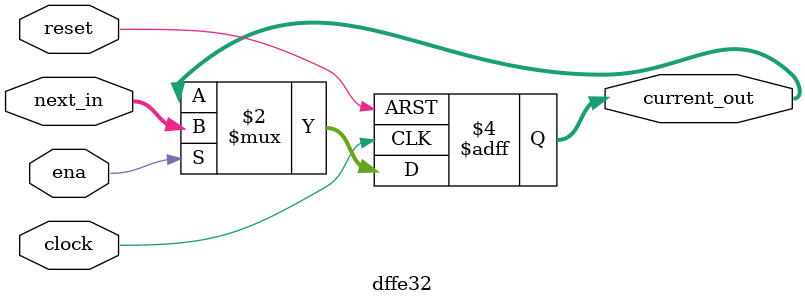
<source format=v>
`timescale 1ns / 1ps


module dffe32(next_in, clock, reset, ena, current_out);
    localparam              MSB = 31;
    // localparam              SHIFT = 32'h00400000;
    localparam              SHIFT = 32'h0;
    input       [MSB:0]     next_in;
    input                   clock, reset, ena;
    output reg  [MSB:0]     current_out;

    always @ ( posedge clock or posedge reset ) begin
        if (reset) begin
            current_out <= SHIFT;
        end else if (ena) begin
            current_out <= next_in;
        end
    end


endmodule

</source>
